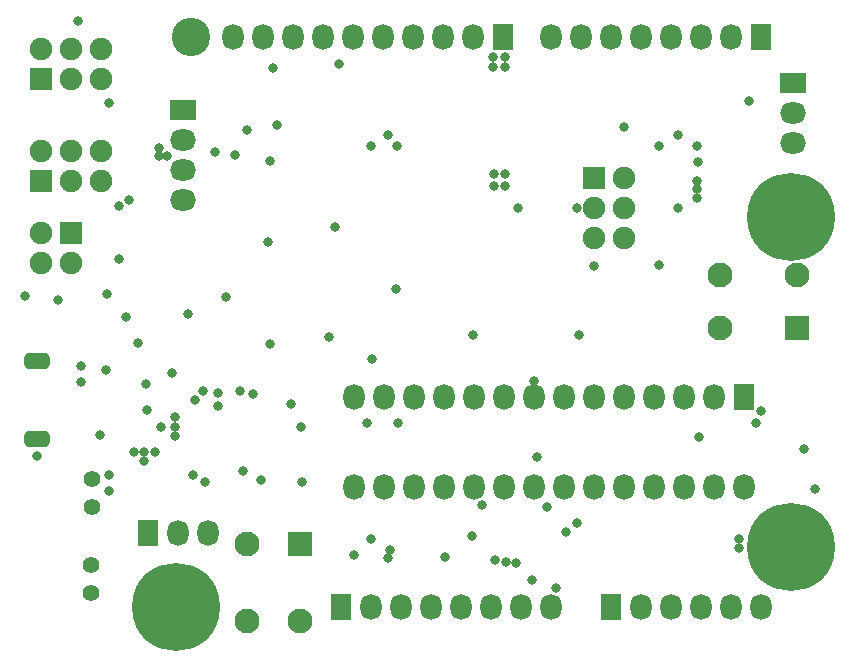
<source format=gbs>
G04*
G04 #@! TF.GenerationSoftware,Altium Limited,Altium Designer,18.0.7 (293)*
G04*
G04 Layer_Color=16711935*
%FSLAX44Y44*%
%MOMM*%
G71*
G01*
G75*
%ADD43R,2.1000X2.1000*%
%ADD55C,1.9000*%
%ADD56R,1.9000X1.9000*%
%ADD57C,3.2500*%
%ADD58O,1.8000X2.2000*%
%ADD59R,1.8000X2.2000*%
%ADD60C,7.4508*%
%ADD61R,1.9000X1.9000*%
%ADD62O,2.2000X1.8000*%
%ADD63R,2.2000X1.8000*%
%ADD64R,2.1000X2.1000*%
%ADD65C,2.1000*%
G04:AMPARAMS|DCode=66|XSize=2.2mm|YSize=1.4mm|CornerRadius=0.46mm|HoleSize=0mm|Usage=FLASHONLY|Rotation=0.000|XOffset=0mm|YOffset=0mm|HoleType=Round|Shape=RoundedRectangle|*
%AMROUNDEDRECTD66*
21,1,2.2000,0.4800,0,0,0.0*
21,1,1.2800,1.4000,0,0,0.0*
1,1,0.9200,0.6400,-0.2400*
1,1,0.9200,-0.6400,-0.2400*
1,1,0.9200,-0.6400,0.2400*
1,1,0.9200,0.6400,0.2400*
%
%ADD66ROUNDEDRECTD66*%
%ADD67C,1.4000*%
%ADD68C,0.8000*%
D43*
X244500Y78500D02*
D03*
D55*
X519000Y337600D02*
D03*
Y363000D02*
D03*
Y388400D02*
D03*
X493600Y337600D02*
D03*
Y363000D02*
D03*
X76200Y497840D02*
D03*
X50800D02*
D03*
X25400D02*
D03*
X76200Y472440D02*
D03*
X50800D02*
D03*
X76200Y411480D02*
D03*
X50800D02*
D03*
X25400D02*
D03*
X76200Y386080D02*
D03*
X50800D02*
D03*
X25400Y342000D02*
D03*
X50800Y316600D02*
D03*
X25400D02*
D03*
D56*
X493600Y388400D02*
D03*
D57*
X152400Y508000D02*
D03*
D58*
X457200Y25400D02*
D03*
X431800D02*
D03*
X406400D02*
D03*
X381000D02*
D03*
X355600D02*
D03*
X330200D02*
D03*
X304800D02*
D03*
X457200Y508000D02*
D03*
X482600D02*
D03*
X508000D02*
D03*
X533400D02*
D03*
X558800D02*
D03*
X584200D02*
D03*
X609600D02*
D03*
X391160D02*
D03*
X365760D02*
D03*
X340360D02*
D03*
X314960D02*
D03*
X289560D02*
D03*
X264160D02*
D03*
X238760D02*
D03*
X213360D02*
D03*
X187960D02*
D03*
X609600Y25400D02*
D03*
X635000D02*
D03*
X584200D02*
D03*
X558800D02*
D03*
X533400D02*
D03*
X595250Y203200D02*
D03*
X569850D02*
D03*
X544450D02*
D03*
X519050D02*
D03*
X493650D02*
D03*
X468250D02*
D03*
X442850D02*
D03*
X417450D02*
D03*
X392050D02*
D03*
X366650D02*
D03*
X341250D02*
D03*
X315850D02*
D03*
X290450D02*
D03*
X620650Y127000D02*
D03*
X595250D02*
D03*
X569850D02*
D03*
X544450D02*
D03*
X519050D02*
D03*
X493650D02*
D03*
X468250D02*
D03*
X442850D02*
D03*
X417450D02*
D03*
X392050D02*
D03*
X366650D02*
D03*
X341250D02*
D03*
X315850D02*
D03*
X290450D02*
D03*
X167000Y88000D02*
D03*
X141600D02*
D03*
D59*
X279400Y25400D02*
D03*
X635000Y508000D02*
D03*
X416560D02*
D03*
X508000Y25400D02*
D03*
X620650Y203200D02*
D03*
X116200Y88000D02*
D03*
D60*
X139700Y25400D02*
D03*
X660400Y76200D02*
D03*
Y355600D02*
D03*
D61*
X25400Y472440D02*
D03*
Y386080D02*
D03*
X50800Y342000D02*
D03*
D62*
X146000Y369800D02*
D03*
Y395200D02*
D03*
Y420600D02*
D03*
X662000Y418200D02*
D03*
Y443600D02*
D03*
D63*
X146000Y446000D02*
D03*
X662000Y469000D02*
D03*
D64*
X665500Y261750D02*
D03*
D65*
X600500D02*
D03*
X665500Y306750D02*
D03*
X600500D02*
D03*
X244500Y13500D02*
D03*
X199500Y78500D02*
D03*
Y13500D02*
D03*
D66*
X22000Y234000D02*
D03*
Y168000D02*
D03*
D67*
X69000Y134000D02*
D03*
Y110000D02*
D03*
X68000Y37000D02*
D03*
Y61000D02*
D03*
D68*
X549000Y416000D02*
D03*
Y315000D02*
D03*
X565000Y425000D02*
D03*
Y363000D02*
D03*
X519000Y432000D02*
D03*
X493600Y314600D02*
D03*
X479000Y363000D02*
D03*
X429000D02*
D03*
X680750Y125000D02*
D03*
X671500Y159250D02*
D03*
X139000Y170000D02*
D03*
Y178000D02*
D03*
Y186000D02*
D03*
X113000Y149000D02*
D03*
X122000Y157000D02*
D03*
X113000D02*
D03*
X104000D02*
D03*
X127000Y178000D02*
D03*
X200000Y429000D02*
D03*
X83000Y452000D02*
D03*
X418000Y483000D02*
D03*
X408000D02*
D03*
X418000Y491000D02*
D03*
X408000D02*
D03*
X418000Y382000D02*
D03*
X409000D02*
D03*
Y392000D02*
D03*
X418000D02*
D03*
X269000Y254000D02*
D03*
X581000Y372000D02*
D03*
Y379000D02*
D03*
X419000Y63250D02*
D03*
X410000Y65000D02*
D03*
X428000Y63000D02*
D03*
X175000Y207000D02*
D03*
X164000Y131000D02*
D03*
X212000Y133000D02*
D03*
X581000Y386000D02*
D03*
X194000Y208000D02*
D03*
X75750Y171000D02*
D03*
X390250Y85500D02*
D03*
X246250Y131500D02*
D03*
X469750Y89250D02*
D03*
X196750Y140500D02*
D03*
X136750Y224000D02*
D03*
X80500Y226500D02*
D03*
X634750Y191250D02*
D03*
X81750Y290500D02*
D03*
X399000Y111750D02*
D03*
X442850Y216850D02*
D03*
X481250Y256000D02*
D03*
X391000D02*
D03*
X108000Y249250D02*
D03*
X150000Y273500D02*
D03*
X237000Y197500D02*
D03*
X219000Y248500D02*
D03*
X182500Y288000D02*
D03*
X218000Y334750D02*
D03*
X274000Y347250D02*
D03*
X190000Y408250D02*
D03*
X630500Y181250D02*
D03*
X453750Y110250D02*
D03*
X367750Y67500D02*
D03*
X305000Y83250D02*
D03*
X326000Y295000D02*
D03*
X306000Y235250D02*
D03*
X246000Y178000D02*
D03*
X616250Y83025D02*
D03*
X319000Y67000D02*
D03*
X321000Y74000D02*
D03*
X327000Y416000D02*
D03*
X319000Y425000D02*
D03*
X125000Y407000D02*
D03*
Y414000D02*
D03*
X156000Y201000D02*
D03*
X175000Y196000D02*
D03*
X154000Y137000D02*
D03*
X225000Y434000D02*
D03*
X205000Y206000D02*
D03*
X97250Y271000D02*
D03*
X219500Y402750D02*
D03*
X40250Y285750D02*
D03*
X173000Y410750D02*
D03*
X22000Y153750D02*
D03*
X59500Y229250D02*
D03*
X59000Y216250D02*
D03*
X57000Y522000D02*
D03*
X305000Y415750D02*
D03*
X131750Y407250D02*
D03*
X12000Y288750D02*
D03*
X290750Y69250D02*
D03*
X441250Y48000D02*
D03*
X461500Y42000D02*
D03*
X616250Y75750D02*
D03*
X91250Y320000D02*
D03*
Y365250D02*
D03*
X99750Y369750D02*
D03*
X479250Y96250D02*
D03*
X445250Y152500D02*
D03*
X83250Y124000D02*
D03*
Y137500D02*
D03*
X162500Y208125D02*
D03*
X114250Y214500D02*
D03*
X115000Y192500D02*
D03*
X278120Y485500D02*
D03*
X581000Y415750D02*
D03*
X581500Y402500D02*
D03*
X222000Y481750D02*
D03*
X582250Y169250D02*
D03*
X624500Y453500D02*
D03*
X327750Y181500D02*
D03*
X301750Y181350D02*
D03*
M02*

</source>
